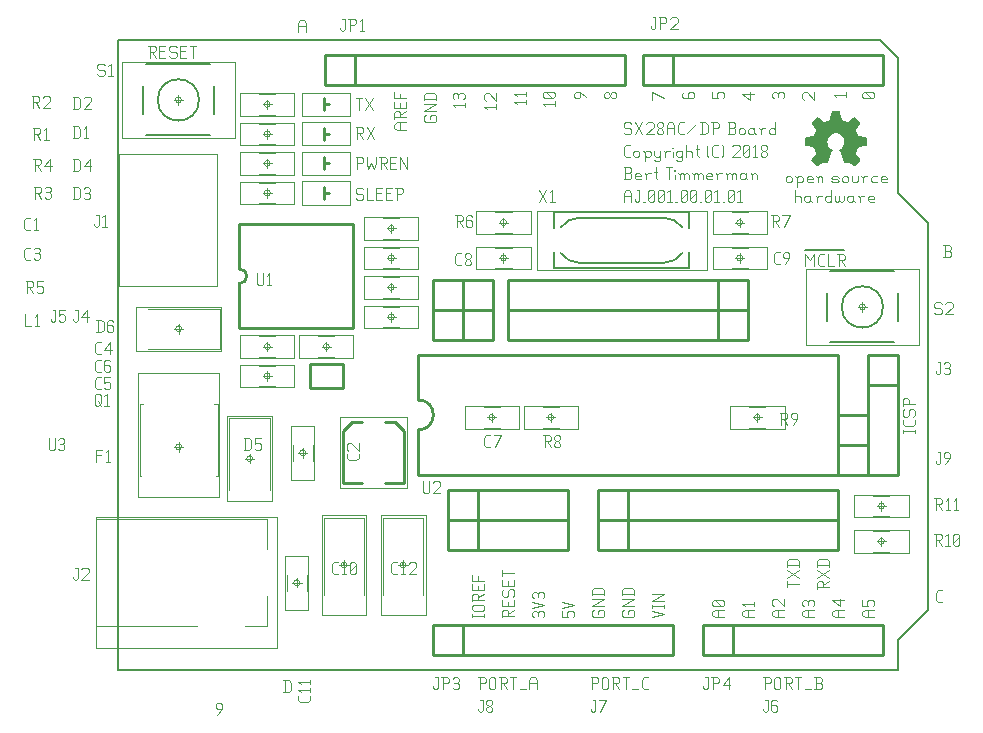
<source format=gto>
G04 start of page 13 for group -4079 idx -4079 *
G04 Title: AJ.001.00.01.01, topsilk *
G04 Creator: pcb 4.1.2 *
G04 CreationDate: Fri Sep  7 21:25:06 2018 UTC *
G04 For: bert *
G04 Format: Gerber/RS-274X *
G04 PCB-Dimensions (mil): 3200.00 2500.00 *
G04 PCB-Coordinate-Origin: lower left *
%MOIN*%
%FSLAX25Y25*%
%LNGTO*%
%ADD112C,0.0039*%
%ADD111C,0.0000*%
%ADD110C,0.0000*%
%ADD109C,0.0079*%
%ADD108C,0.0000*%
%ADD107C,0.0004*%
%ADD106C,0.0047*%
%ADD105C,0.0100*%
%ADD104C,0.0050*%
%ADD103C,0.0040*%
%ADD102C,0.0060*%
%ADD101C,0.0001*%
G54D101*G36*
X272914Y216280D02*X275491D01*
X275574Y216248D01*
X275621Y216172D01*
X275670Y215933D01*
X275714Y215711D01*
X276105Y213579D01*
X276152Y213491D01*
X276235Y213433D01*
X276338Y213389D01*
X277128Y213118D01*
X277878Y212760D01*
X277884D01*
X277971Y212722D01*
X278068Y212708D01*
X278166Y212739D01*
X279939Y213958D01*
X280130Y214083D01*
X280331Y214219D01*
X280417Y214244D01*
X280499Y214208D01*
X280830Y213878D01*
X281334Y213378D01*
X281492Y213215D01*
X281991Y212717D01*
X282153Y212560D01*
X282321Y212386D01*
X282360Y212301D01*
X282338Y212212D01*
X282202Y212011D01*
X282073Y211821D01*
X280884Y210085D01*
X280852Y209993D01*
X280867Y209896D01*
X280912Y209797D01*
X281595Y208191D01*
X281632Y208100D01*
X281695Y208022D01*
X281785Y207975D01*
X283824Y207594D01*
X284048Y207551D01*
X284291Y207508D01*
X284366Y207461D01*
X284395Y207378D01*
Y204801D01*
X284366Y204712D01*
X284291Y204665D01*
X284048Y204622D01*
X283824Y204579D01*
X281845Y204210D01*
X281757Y204162D01*
X281703Y204079D01*
X281675Y204019D01*
Y204008D01*
X280960Y202235D01*
X280955Y202223D01*
X280938Y202180D01*
X280921Y202079D01*
X280949Y201985D01*
X282078Y200353D01*
X282202Y200162D01*
X282343Y199961D01*
X282362Y199875D01*
X282321Y199793D01*
X282153Y199614D01*
X281991Y199457D01*
X280673Y198139D01*
X280499Y197971D01*
X280417Y197930D01*
X280331Y197948D01*
X280130Y198090D01*
X279939Y198214D01*
X278345Y199311D01*
X278246Y199340D01*
X278149Y199321D01*
X277818Y199137D01*
X277624Y199028D01*
X277277Y198850D01*
X277192Y198844D01*
X277130Y198904D01*
X276984Y199261D01*
X276896Y199468D01*
X275513Y202826D01*
X275425Y203032D01*
X275328Y203265D01*
X275324Y203360D01*
X275377Y203433D01*
X275600Y203564D01*
X275741Y203672D01*
X276277Y204118D01*
X276692Y204682D01*
X276959Y205341D01*
X277053Y206071D01*
X276995Y206646D01*
X276830Y207180D01*
X276567Y207665D01*
X276218Y208087D01*
X275798Y208436D01*
X275314Y208700D01*
X274780Y208865D01*
X274206Y208923D01*
X273631Y208865D01*
X273096Y208700D01*
X272613Y208436D01*
X272191Y208087D01*
X271843Y207665D01*
X271581Y207180D01*
X271416Y206646D01*
X271357Y206071D01*
X271450Y205341D01*
X271717Y204682D01*
X272131Y204118D01*
X272670Y203672D01*
X272806Y203564D01*
X273028Y203433D01*
X273082Y203360D01*
X273077Y203265D01*
X272980Y203032D01*
X272892Y202826D01*
X271509Y199468D01*
X271423Y199261D01*
X271275Y198904D01*
X271214Y198844D01*
X271130Y198850D01*
X270788Y199028D01*
X270587Y199137D01*
X270256Y199321D01*
X270157Y199340D01*
X270060Y199311D01*
X268466Y198214D01*
X268281Y198090D01*
X268075Y197948D01*
X267988Y197930D01*
X267906Y197971D01*
X267732Y198139D01*
X267575Y198301D01*
X267077Y198800D01*
X266914Y198958D01*
X266414Y199457D01*
X266252Y199614D01*
X266084Y199793D01*
X266045Y199875D01*
X266067Y199961D01*
X266203Y200162D01*
X266334Y200353D01*
X267456Y201985D01*
X267484Y202079D01*
X267467Y202180D01*
X267445Y202240D01*
X266735Y204014D01*
X266702Y204079D01*
X266648Y204162D01*
X266562Y204210D01*
X264581Y204579D01*
X264359Y204622D01*
X264120Y204665D01*
X264041Y204715D01*
X264012Y204801D01*
Y207378D01*
X264041Y207461D01*
X264120Y207508D01*
X264359Y207557D01*
X264581Y207594D01*
X266621Y207975D01*
X266710Y208022D01*
X266773Y208105D01*
X266810Y208191D01*
X267499Y209797D01*
X267538Y209896D01*
X267555Y209993D01*
X267527Y210085D01*
X266334Y211826D01*
X266203Y212011D01*
X266067Y212212D01*
X266045Y212301D01*
X266084Y212386D01*
X266252Y212560D01*
X266414Y212717D01*
X267906Y214208D01*
X267988Y214244D01*
X268075Y214225D01*
X268281Y214089D01*
X268466Y213958D01*
X270239Y212739D01*
X270337Y212710D01*
X270435Y212728D01*
X270521Y212760D01*
X270532Y212765D01*
X271278Y213119D01*
X272068Y213394D01*
X272171Y213433D01*
X272255Y213491D01*
X272300Y213579D01*
X272698Y215711D01*
X272735Y215933D01*
X272784Y216172D01*
X272831Y216248D01*
X272914Y216280D01*
G37*
G54D102*X305000Y179000D02*Y50000D01*
X295000Y40000D01*
Y30000D01*
X35000D01*
X264000Y170000D02*X277000D01*
X289000Y240000D02*X295000Y234000D01*
Y189000D01*
X305000Y179000D01*
X35000Y30000D02*Y240000D01*
X289000D01*
G54D103*X128000Y210000D02*X131000D01*
X128000D02*X127000Y210700D01*
Y211800D02*Y210700D01*
Y211800D02*X128000Y212500D01*
X131000D01*
X129000D02*Y210000D01*
X127000Y215700D02*Y213700D01*
Y215700D02*X127500Y216200D01*
X128500D01*
X129000Y215700D02*X128500Y216200D01*
X129000Y215700D02*Y214200D01*
X127000D02*X131000D01*
X129000Y215000D02*X131000Y216200D01*
X128800Y218900D02*Y217400D01*
X131000Y219400D02*Y217400D01*
X127000D02*X131000D01*
X127000Y219400D02*Y217400D01*
Y220600D02*X131000D01*
X127000Y222600D02*Y220600D01*
X128800Y222100D02*Y220600D01*
X45000Y238016D02*X47000D01*
X47500Y237516D01*
Y236516D01*
X47000Y236016D02*X47500Y236516D01*
X45500Y236016D02*X47000D01*
X45500Y238016D02*Y234016D01*
X46300Y236016D02*X47500Y234016D01*
X48700Y236216D02*X50200D01*
X48700Y234016D02*X50700D01*
X48700Y238016D02*Y234016D01*
Y238016D02*X50700D01*
X53900D02*X54400Y237516D01*
X52400Y238016D02*X53900D01*
X51900Y237516D02*X52400Y238016D01*
X51900Y237516D02*Y236516D01*
X52400Y236016D01*
X53900D01*
X54400Y235516D01*
Y234516D01*
X53900Y234016D02*X54400Y234516D01*
X52400Y234016D02*X53900D01*
X51900Y234516D02*X52400Y234016D01*
X55600Y236216D02*X57100D01*
X55600Y234016D02*X57600D01*
X55600Y238016D02*Y234016D01*
Y238016D02*X57600D01*
X58800D02*X60800D01*
X59800D02*Y234016D01*
X114087Y220606D02*X116087D01*
X115087D02*Y216606D01*
X117287D02*X119787Y220606D01*
X117287D02*X119787Y216606D01*
X137000Y214500D02*X137500Y215000D01*
X137000Y214500D02*Y213000D01*
X137500Y212500D02*X137000Y213000D01*
X137500Y212500D02*X140500D01*
X141000Y213000D01*
Y214500D02*Y213000D01*
Y214500D02*X140500Y215000D01*
X139500D02*X140500D01*
X139000Y214500D02*X139500Y215000D01*
X139000Y214500D02*Y213500D01*
X137000Y216200D02*X141000D01*
X137000D02*X141000Y218700D01*
X137000D02*X141000D01*
X137000Y220400D02*X141000D01*
X137000Y221700D02*X137700Y222400D01*
X140300D01*
X141000Y221700D02*X140300Y222400D01*
X141000Y221700D02*Y219900D01*
X137000Y221700D02*Y219900D01*
X213000Y47500D02*X217000Y48500D01*
X213000Y49500D01*
Y51700D02*Y50700D01*
Y51200D02*X217000D01*
Y51700D02*Y50700D01*
X213000Y52900D02*X217000D01*
X213000D02*X217000Y55400D01*
X213000D02*X217000D01*
X193000Y49500D02*X193500Y50000D01*
X193000Y49500D02*Y48000D01*
X193500Y47500D02*X193000Y48000D01*
X193500Y47500D02*X196500D01*
X197000Y48000D01*
Y49500D02*Y48000D01*
Y49500D02*X196500Y50000D01*
X195500D02*X196500D01*
X195000Y49500D02*X195500Y50000D01*
X195000Y49500D02*Y48500D01*
X193000Y51200D02*X197000D01*
X193000D02*X197000Y53700D01*
X193000D02*X197000D01*
X193000Y55400D02*X197000D01*
X193000Y56700D02*X193700Y57400D01*
X196300D01*
X197000Y56700D02*X196300Y57400D01*
X197000Y56700D02*Y54900D01*
X193000Y56700D02*Y54900D01*
X203000Y49500D02*X203500Y50000D01*
X203000Y49500D02*Y48000D01*
X203500Y47500D02*X203000Y48000D01*
X203500Y47500D02*X206500D01*
X207000Y48000D01*
Y49500D02*Y48000D01*
Y49500D02*X206500Y50000D01*
X205500D02*X206500D01*
X205000Y49500D02*X205500Y50000D01*
X205000Y49500D02*Y48500D01*
X203000Y51200D02*X207000D01*
X203000D02*X207000Y53700D01*
X203000D02*X207000D01*
X203000Y55400D02*X207000D01*
X203000Y56700D02*X203700Y57400D01*
X206300D01*
X207000Y56700D02*X206300Y57400D01*
X207000Y56700D02*Y54900D01*
X203000Y56700D02*Y54900D01*
X183000Y49500D02*Y47500D01*
X185000D01*
X184500Y48000D01*
Y49000D02*Y48000D01*
Y49000D02*X185000Y49500D01*
X186500D01*
X187000Y49000D02*X186500Y49500D01*
X187000Y49000D02*Y48000D01*
X186500Y47500D02*X187000Y48000D01*
X183000Y50700D02*X187000Y51700D01*
X183000Y52700D01*
X173500Y47500D02*X173000Y48000D01*
Y49000D02*Y48000D01*
Y49000D02*X173500Y49500D01*
X177000Y49000D02*X176500Y49500D01*
X177000Y49000D02*Y48000D01*
X176500Y47500D02*X177000Y48000D01*
X174800Y49000D02*Y48000D01*
X173500Y49500D02*X174300D01*
X175300D02*X176500D01*
X175300D02*X174800Y49000D01*
X174300Y49500D02*X174800Y49000D01*
X173000Y50700D02*X177000Y51700D01*
X173000Y52700D01*
X173500Y53900D02*X173000Y54400D01*
Y55400D02*Y54400D01*
Y55400D02*X173500Y55900D01*
X177000Y55400D02*X176500Y55900D01*
X177000Y55400D02*Y54400D01*
X176500Y53900D02*X177000Y54400D01*
X174800Y55400D02*Y54400D01*
X173500Y55900D02*X174300D01*
X175300D02*X176500D01*
X175300D02*X174800Y55400D01*
X174300Y55900D02*X174800Y55400D01*
X163000Y49500D02*Y47500D01*
Y49500D02*X163500Y50000D01*
X164500D01*
X165000Y49500D02*X164500Y50000D01*
X165000Y49500D02*Y48000D01*
X163000D02*X167000D01*
X165000Y48800D02*X167000Y50000D01*
X164800Y52700D02*Y51200D01*
X167000Y53200D02*Y51200D01*
X163000D02*X167000D01*
X163000Y53200D02*Y51200D01*
Y56400D02*X163500Y56900D01*
X163000Y56400D02*Y54900D01*
X163500Y54400D02*X163000Y54900D01*
X163500Y54400D02*X164500D01*
X165000Y54900D01*
Y56400D02*Y54900D01*
Y56400D02*X165500Y56900D01*
X166500D01*
X167000Y56400D02*X166500Y56900D01*
X167000Y56400D02*Y54900D01*
X166500Y54400D02*X167000Y54900D01*
X164800Y59600D02*Y58100D01*
X167000Y60100D02*Y58100D01*
X163000D02*X167000D01*
X163000Y60100D02*Y58100D01*
Y63300D02*Y61300D01*
Y62300D02*X167000D01*
X68000Y15000D02*X69500Y17000D01*
Y18500D02*Y17000D01*
X69000Y19000D02*X69500Y18500D01*
X68000Y19000D02*X69000D01*
X67500Y18500D02*X68000Y19000D01*
X67500Y18500D02*Y17500D01*
X68000Y17000D01*
X69500D01*
X153000Y48500D02*Y47500D01*
Y48000D02*X157000D01*
Y48500D02*Y47500D01*
X153500Y49700D02*X156500D01*
X153500D02*X153000Y50200D01*
Y51200D02*Y50200D01*
Y51200D02*X153500Y51700D01*
X156500D01*
X157000Y51200D02*X156500Y51700D01*
X157000Y51200D02*Y50200D01*
X156500Y49700D02*X157000Y50200D01*
X153000Y54900D02*Y52900D01*
Y54900D02*X153500Y55400D01*
X154500D01*
X155000Y54900D02*X154500Y55400D01*
X155000Y54900D02*Y53400D01*
X153000D02*X157000D01*
X155000Y54200D02*X157000Y55400D01*
X154800Y58100D02*Y56600D01*
X157000Y58600D02*Y56600D01*
X153000D02*X157000D01*
X153000Y58600D02*Y56600D01*
Y59800D02*X157000D01*
X153000Y61800D02*Y59800D01*
X154800Y61300D02*Y59800D01*
X296500Y110000D02*Y109000D01*
Y109500D02*X300500D01*
Y110000D02*Y109000D01*
Y113200D02*Y111900D01*
X299800Y111200D02*X300500Y111900D01*
X297200Y111200D02*X299800D01*
X297200D02*X296500Y111900D01*
Y113200D02*Y111900D01*
Y116400D02*X297000Y116900D01*
X296500Y116400D02*Y114900D01*
X297000Y114400D02*X296500Y114900D01*
X297000Y114400D02*X298000D01*
X298500Y114900D01*
Y116400D02*Y114900D01*
Y116400D02*X299000Y116900D01*
X300000D01*
X300500Y116400D02*X300000Y116900D01*
X300500Y116400D02*Y114900D01*
X300000Y114400D02*X300500Y114900D01*
X296500Y118600D02*X300500D01*
X296500Y120100D02*Y118100D01*
Y120100D02*X297000Y120600D01*
X298000D01*
X298500Y120100D02*X298000Y120600D01*
X298500Y120100D02*Y118600D01*
X234000Y47500D02*X237000D01*
X234000D02*X233000Y48200D01*
Y49300D02*Y48200D01*
Y49300D02*X234000Y50000D01*
X237000D01*
X235000D02*Y47500D01*
X236500Y51200D02*X237000Y51700D01*
X233500Y51200D02*X236500D01*
X233500D02*X233000Y51700D01*
Y52700D02*Y51700D01*
Y52700D02*X233500Y53200D01*
X236500D01*
X237000Y52700D02*X236500Y53200D01*
X237000Y52700D02*Y51700D01*
X236000Y51200D02*X234000Y53200D01*
X258000Y59500D02*Y57500D01*
Y58500D02*X262000D01*
Y60700D02*X258000Y63200D01*
Y60700D02*X262000Y63200D01*
X258000Y64900D02*X262000D01*
X258000Y66200D02*X258700Y66900D01*
X261300D01*
X262000Y66200D02*X261300Y66900D01*
X262000Y66200D02*Y64400D01*
X258000Y66200D02*Y64400D01*
X268000Y59000D02*Y57000D01*
Y59000D02*X268500Y59500D01*
X269500D01*
X270000Y59000D02*X269500Y59500D01*
X270000Y59000D02*Y57500D01*
X268000D02*X272000D01*
X270000Y58300D02*X272000Y59500D01*
Y60700D02*X268000Y63200D01*
Y60700D02*X272000Y63200D01*
X268000Y64900D02*X272000D01*
X268000Y66200D02*X268700Y66900D01*
X271300D01*
X272000Y66200D02*X271300Y66900D01*
X272000Y66200D02*Y64400D01*
X268000Y66200D02*Y64400D01*
X244000Y47500D02*X247000D01*
X244000D02*X243000Y48200D01*
Y49300D02*Y48200D01*
Y49300D02*X244000Y50000D01*
X247000D01*
X245000D02*Y47500D01*
X243800Y51200D02*X243000Y52000D01*
X247000D01*
Y52700D02*Y51200D01*
X254000Y47500D02*X257000D01*
X254000D02*X253000Y48200D01*
Y49300D02*Y48200D01*
Y49300D02*X254000Y50000D01*
X257000D01*
X255000D02*Y47500D01*
X253500Y51200D02*X253000Y51700D01*
Y53200D02*Y51700D01*
Y53200D02*X253500Y53700D01*
X254500D01*
X257000Y51200D02*X254500Y53700D01*
X257000D02*Y51200D01*
X264000Y47500D02*X267000D01*
X264000D02*X263000Y48200D01*
Y49300D02*Y48200D01*
Y49300D02*X264000Y50000D01*
X267000D01*
X265000D02*Y47500D01*
X263500Y51200D02*X263000Y51700D01*
Y52700D02*Y51700D01*
Y52700D02*X263500Y53200D01*
X267000Y52700D02*X266500Y53200D01*
X267000Y52700D02*Y51700D01*
X266500Y51200D02*X267000Y51700D01*
X264800Y52700D02*Y51700D01*
X263500Y53200D02*X264300D01*
X265300D02*X266500D01*
X265300D02*X264800Y52700D01*
X264300Y53200D02*X264800Y52700D01*
X274000Y47500D02*X277000D01*
X274000D02*X273000Y48200D01*
Y49300D02*Y48200D01*
Y49300D02*X274000Y50000D01*
X277000D01*
X275000D02*Y47500D01*
X275500Y51200D02*X273000Y53200D01*
X275500Y53700D02*Y51200D01*
X273000Y53200D02*X277000D01*
X284000Y47500D02*X287000D01*
X284000D02*X283000Y48200D01*
Y49300D02*Y48200D01*
Y49300D02*X284000Y50000D01*
X287000D01*
X285000D02*Y47500D01*
X283000Y53200D02*Y51200D01*
X285000D01*
X284500Y51700D01*
Y52700D02*Y51700D01*
Y52700D02*X285000Y53200D01*
X286500D01*
X287000Y52700D02*X286500Y53200D01*
X287000Y52700D02*Y51700D01*
X286500Y51200D02*X287000Y51700D01*
X286500Y220500D02*X287000Y221000D01*
X283500Y220500D02*X286500D01*
X283500D02*X283000Y221000D01*
Y222000D02*Y221000D01*
Y222000D02*X283500Y222500D01*
X286500D01*
X287000Y222000D02*X286500Y222500D01*
X287000Y222000D02*Y221000D01*
X286000Y220500D02*X284000Y222500D01*
X274300Y221000D02*X273500Y221800D01*
X277500D01*
Y222500D02*Y221000D01*
X263500Y220000D02*X263000Y220500D01*
Y222000D02*Y220500D01*
Y222000D02*X263500Y222500D01*
X264500D01*
X267000Y220000D02*X264500Y222500D01*
X267000D02*Y220000D01*
X264000Y168500D02*Y164500D01*
Y168500D02*X265500Y166500D01*
X267000Y168500D01*
Y164500D01*
X268900D02*X270200D01*
X268200Y165200D02*X268900Y164500D01*
X268200Y167800D02*Y165200D01*
Y167800D02*X268900Y168500D01*
X270200D01*
X271400D02*Y164500D01*
X273400D01*
X274600Y168500D02*X276600D01*
X277100Y168000D01*
Y167000D01*
X276600Y166500D02*X277100Y167000D01*
X275100Y166500D02*X276600D01*
X275100Y168500D02*Y164500D01*
X275900Y166500D02*X277100Y164500D01*
X257500Y194000D02*Y193000D01*
Y194000D02*X258000Y194500D01*
X259000D01*
X259500Y194000D01*
Y193000D01*
X259000Y192500D02*X259500Y193000D01*
X258000Y192500D02*X259000D01*
X257500Y193000D02*X258000Y192500D01*
X261200Y194000D02*Y191000D01*
X260700Y194500D02*X261200Y194000D01*
X261700Y194500D01*
X262700D01*
X263200Y194000D01*
Y193000D01*
X262700Y192500D02*X263200Y193000D01*
X261700Y192500D02*X262700D01*
X261200Y193000D02*X261700Y192500D01*
X264900D02*X266400D01*
X264400Y193000D02*X264900Y192500D01*
X264400Y194000D02*Y193000D01*
Y194000D02*X264900Y194500D01*
X265900D01*
X266400Y194000D01*
X264400Y193500D02*X266400D01*
Y194000D02*Y193500D01*
X268100Y194000D02*Y192500D01*
Y194000D02*X268600Y194500D01*
X269100D01*
X269600Y194000D01*
Y192500D01*
X267600Y194500D02*X268100Y194000D01*
X273100Y192500D02*X274600D01*
X275100Y193000D01*
X274600Y193500D02*X275100Y193000D01*
X273100Y193500D02*X274600D01*
X272600Y194000D02*X273100Y193500D01*
X272600Y194000D02*X273100Y194500D01*
X274600D01*
X275100Y194000D01*
X272600Y193000D02*X273100Y192500D01*
X276300Y194000D02*Y193000D01*
Y194000D02*X276800Y194500D01*
X277800D01*
X278300Y194000D01*
Y193000D01*
X277800Y192500D02*X278300Y193000D01*
X276800Y192500D02*X277800D01*
X276300Y193000D02*X276800Y192500D01*
X279500Y194500D02*Y193000D01*
X280000Y192500D01*
X281000D01*
X281500Y193000D01*
Y194500D02*Y193000D01*
X283200Y194000D02*Y192500D01*
Y194000D02*X283700Y194500D01*
X284700D01*
X282700D02*X283200Y194000D01*
X286400Y194500D02*X287900D01*
X285900Y194000D02*X286400Y194500D01*
X285900Y194000D02*Y193000D01*
X286400Y192500D01*
X287900D01*
X289600D02*X291100D01*
X289100Y193000D02*X289600Y192500D01*
X289100Y194000D02*Y193000D01*
Y194000D02*X289600Y194500D01*
X290600D01*
X291100Y194000D01*
X289100Y193500D02*X291100D01*
Y194000D02*Y193500D01*
X260500Y190000D02*Y186000D01*
Y187500D02*X261000Y188000D01*
X262000D01*
X262500Y187500D01*
Y186000D01*
X265200Y188000D02*X265700Y187500D01*
X264200Y188000D02*X265200D01*
X263700Y187500D02*X264200Y188000D01*
X263700Y187500D02*Y186500D01*
X264200Y186000D01*
X265700Y188000D02*Y186500D01*
X266200Y186000D01*
X264200D02*X265200D01*
X265700Y186500D01*
X267900Y187500D02*Y186000D01*
Y187500D02*X268400Y188000D01*
X269400D01*
X267400D02*X267900Y187500D01*
X272600Y190000D02*Y186000D01*
X272100D02*X272600Y186500D01*
X271100Y186000D02*X272100D01*
X270600Y186500D02*X271100Y186000D01*
X270600Y187500D02*Y186500D01*
Y187500D02*X271100Y188000D01*
X272100D01*
X272600Y187500D01*
X273800Y188000D02*Y186500D01*
X274300Y186000D01*
X274800D01*
X275300Y186500D01*
Y188000D02*Y186500D01*
X275800Y186000D01*
X276300D01*
X276800Y186500D01*
Y188000D02*Y186500D01*
X279500Y188000D02*X280000Y187500D01*
X278500Y188000D02*X279500D01*
X278000Y187500D02*X278500Y188000D01*
X278000Y187500D02*Y186500D01*
X278500Y186000D01*
X280000Y188000D02*Y186500D01*
X280500Y186000D01*
X278500D02*X279500D01*
X280000Y186500D01*
X282200Y187500D02*Y186000D01*
Y187500D02*X282700Y188000D01*
X283700D01*
X281700D02*X282200Y187500D01*
X285400Y186000D02*X286900D01*
X284900Y186500D02*X285400Y186000D01*
X284900Y187500D02*Y186500D01*
Y187500D02*X285400Y188000D01*
X286400D01*
X286900Y187500D01*
X284900Y187000D02*X286900D01*
Y187500D02*Y187000D01*
X253500Y220500D02*X253000Y221000D01*
Y222000D02*Y221000D01*
Y222000D02*X253500Y222500D01*
X257000Y222000D02*X256500Y222500D01*
X257000Y222000D02*Y221000D01*
X256500Y220500D02*X257000Y221000D01*
X254800Y222000D02*Y221000D01*
X253500Y222500D02*X254300D01*
X255300D02*X256500D01*
X255300D02*X254800Y222000D01*
X254300Y222500D02*X254800Y222000D01*
X245500Y220000D02*X243000Y222000D01*
X245500Y222500D02*Y220000D01*
X243000Y222000D02*X247000D01*
X233000Y222500D02*Y220500D01*
X235000D01*
X234500Y221000D01*
Y222000D02*Y221000D01*
Y222000D02*X235000Y222500D01*
X236500D01*
X237000Y222000D02*X236500Y222500D01*
X237000Y222000D02*Y221000D01*
X236500Y220500D02*X237000Y221000D01*
X223000Y222000D02*X223500Y222500D01*
X223000Y222000D02*Y221000D01*
X223500Y220500D02*X223000Y221000D01*
X223500Y220500D02*X226500D01*
X227000Y221000D01*
X224800Y222000D02*X225300Y222500D01*
X224800Y222000D02*Y220500D01*
X227000Y222000D02*Y221000D01*
Y222000D02*X226500Y222500D01*
X225300D02*X226500D01*
X205500Y212500D02*X206000Y212000D01*
X204000Y212500D02*X205500D01*
X203500Y212000D02*X204000Y212500D01*
X203500Y212000D02*Y211000D01*
X204000Y210500D01*
X205500D01*
X206000Y210000D01*
Y209000D01*
X205500Y208500D02*X206000Y209000D01*
X204000Y208500D02*X205500D01*
X203500Y209000D02*X204000Y208500D01*
X207200D02*X209700Y212500D01*
X207200D02*X209700Y208500D01*
X210900Y212000D02*X211400Y212500D01*
X212900D01*
X213400Y212000D01*
Y211000D01*
X210900Y208500D02*X213400Y211000D01*
X210900Y208500D02*X213400D01*
X214600Y209000D02*X215100Y208500D01*
X214600Y209800D02*Y209000D01*
Y209800D02*X215300Y210500D01*
X215900D01*
X216600Y209800D01*
Y209000D01*
X216100Y208500D02*X216600Y209000D01*
X215100Y208500D02*X216100D01*
X214600Y211200D02*X215300Y210500D01*
X214600Y212000D02*Y211200D01*
Y212000D02*X215100Y212500D01*
X216100D01*
X216600Y212000D01*
Y211200D01*
X215900Y210500D02*X216600Y211200D01*
X217800Y211500D02*Y208500D01*
Y211500D02*X218500Y212500D01*
X219600D01*
X220300Y211500D01*
Y208500D01*
X217800Y210500D02*X220300D01*
X222200Y208500D02*X223500D01*
X221500Y209200D02*X222200Y208500D01*
X221500Y211800D02*Y209200D01*
Y211800D02*X222200Y212500D01*
X223500D01*
X224700Y209000D02*X227700Y212000D01*
X229400Y212500D02*Y208500D01*
X230700Y212500D02*X231400Y211800D01*
Y209200D01*
X230700Y208500D02*X231400Y209200D01*
X228900Y208500D02*X230700D01*
X228900Y212500D02*X230700D01*
X233100D02*Y208500D01*
X232600Y212500D02*X234600D01*
X235100Y212000D01*
Y211000D01*
X234600Y210500D02*X235100Y211000D01*
X233100Y210500D02*X234600D01*
X238100Y208500D02*X240100D01*
X240600Y209000D01*
Y210200D02*Y209000D01*
X240100Y210700D02*X240600Y210200D01*
X238600Y210700D02*X240100D01*
X238600Y212500D02*Y208500D01*
X238100Y212500D02*X240100D01*
X240600Y212000D01*
Y211200D01*
X240100Y210700D02*X240600Y211200D01*
X241800Y210000D02*Y209000D01*
Y210000D02*X242300Y210500D01*
X243300D01*
X243800Y210000D01*
Y209000D01*
X243300Y208500D02*X243800Y209000D01*
X242300Y208500D02*X243300D01*
X241800Y209000D02*X242300Y208500D01*
X246500Y210500D02*X247000Y210000D01*
X245500Y210500D02*X246500D01*
X245000Y210000D02*X245500Y210500D01*
X245000Y210000D02*Y209000D01*
X245500Y208500D01*
X247000Y210500D02*Y209000D01*
X247500Y208500D01*
X245500D02*X246500D01*
X247000Y209000D01*
X249200Y210000D02*Y208500D01*
Y210000D02*X249700Y210500D01*
X250700D01*
X248700D02*X249200Y210000D01*
X253900Y212500D02*Y208500D01*
X253400D02*X253900Y209000D01*
X252400Y208500D02*X253400D01*
X251900Y209000D02*X252400Y208500D01*
X251900Y210000D02*Y209000D01*
Y210000D02*X252400Y210500D01*
X253400D01*
X253900Y210000D01*
X204200Y201000D02*X205500D01*
X203500Y201700D02*X204200Y201000D01*
X203500Y204300D02*Y201700D01*
Y204300D02*X204200Y205000D01*
X205500D01*
X206700Y202500D02*Y201500D01*
Y202500D02*X207200Y203000D01*
X208200D01*
X208700Y202500D01*
Y201500D01*
X208200Y201000D02*X208700Y201500D01*
X207200Y201000D02*X208200D01*
X206700Y201500D02*X207200Y201000D01*
X210400Y202500D02*Y199500D01*
X209900Y203000D02*X210400Y202500D01*
X210900Y203000D01*
X211900D01*
X212400Y202500D01*
Y201500D01*
X211900Y201000D02*X212400Y201500D01*
X210900Y201000D02*X211900D01*
X210400Y201500D02*X210900Y201000D01*
X213600Y203000D02*Y201500D01*
X214100Y201000D01*
X215600Y203000D02*Y200000D01*
X215100Y199500D02*X215600Y200000D01*
X214100Y199500D02*X215100D01*
X213600Y200000D02*X214100Y199500D01*
Y201000D02*X215100D01*
X215600Y201500D01*
X217300Y202500D02*Y201000D01*
Y202500D02*X217800Y203000D01*
X218800D01*
X216800D02*X217300Y202500D01*
G54D104*X220000Y204000D02*Y203900D01*
G54D103*Y202500D02*Y201000D01*
X222500Y203000D02*X223000Y202500D01*
X221500Y203000D02*X222500D01*
X221000Y202500D02*X221500Y203000D01*
X221000Y202500D02*Y201500D01*
X221500Y201000D01*
X222500D01*
X223000Y201500D01*
X221000Y200000D02*X221500Y199500D01*
X222500D01*
X223000Y200000D01*
Y203000D02*Y200000D01*
X224200Y205000D02*Y201000D01*
Y202500D02*X224700Y203000D01*
X225700D01*
X226200Y202500D01*
Y201000D01*
X227900Y205000D02*Y201500D01*
X228400Y201000D01*
X227400Y203500D02*X228400D01*
X231200Y201500D02*X231700Y201000D01*
X231200Y204500D02*X231700Y205000D01*
X231200Y204500D02*Y201500D01*
X233600Y201000D02*X234900D01*
X232900Y201700D02*X233600Y201000D01*
X232900Y204300D02*Y201700D01*
Y204300D02*X233600Y205000D01*
X234900D01*
X236100D02*X236600Y204500D01*
Y201500D01*
X236100Y201000D02*X236600Y201500D01*
X239600Y204500D02*X240100Y205000D01*
X241600D01*
X242100Y204500D01*
Y203500D01*
X239600Y201000D02*X242100Y203500D01*
X239600Y201000D02*X242100D01*
X243300Y201500D02*X243800Y201000D01*
X243300Y204500D02*Y201500D01*
Y204500D02*X243800Y205000D01*
X244800D01*
X245300Y204500D01*
Y201500D01*
X244800Y201000D02*X245300Y201500D01*
X243800Y201000D02*X244800D01*
X243300Y202000D02*X245300Y204000D01*
X246500Y204200D02*X247300Y205000D01*
Y201000D01*
X246500D02*X248000D01*
X249200Y201500D02*X249700Y201000D01*
X249200Y202300D02*Y201500D01*
Y202300D02*X249900Y203000D01*
X250500D01*
X251200Y202300D01*
Y201500D01*
X250700Y201000D02*X251200Y201500D01*
X249700Y201000D02*X250700D01*
X249200Y203700D02*X249900Y203000D01*
X249200Y204500D02*Y203700D01*
Y204500D02*X249700Y205000D01*
X250700D01*
X251200Y204500D01*
Y203700D01*
X250500Y203000D02*X251200Y203700D01*
X203500Y193500D02*X205500D01*
X206000Y194000D01*
Y195200D02*Y194000D01*
X205500Y195700D02*X206000Y195200D01*
X204000Y195700D02*X205500D01*
X204000Y197500D02*Y193500D01*
X203500Y197500D02*X205500D01*
X206000Y197000D01*
Y196200D01*
X205500Y195700D02*X206000Y196200D01*
X207700Y193500D02*X209200D01*
X207200Y194000D02*X207700Y193500D01*
X207200Y195000D02*Y194000D01*
Y195000D02*X207700Y195500D01*
X208700D01*
X209200Y195000D01*
X207200Y194500D02*X209200D01*
Y195000D02*Y194500D01*
X210900Y195000D02*Y193500D01*
Y195000D02*X211400Y195500D01*
X212400D01*
X210400D02*X210900Y195000D01*
X214100Y197500D02*Y194000D01*
X214600Y193500D01*
X213600Y196000D02*X214600D01*
X217400Y197500D02*X219400D01*
X218400D02*Y193500D01*
G54D104*X220600Y196500D02*Y196400D01*
G54D103*Y195000D02*Y193500D01*
X222100Y195000D02*Y193500D01*
Y195000D02*X222600Y195500D01*
X223100D01*
X223600Y195000D01*
Y193500D01*
Y195000D02*X224100Y195500D01*
X224600D01*
X225100Y195000D01*
Y193500D01*
X221600Y195500D02*X222100Y195000D01*
X226800D02*Y193500D01*
Y195000D02*X227300Y195500D01*
X227800D01*
X228300Y195000D01*
Y193500D01*
Y195000D02*X228800Y195500D01*
X229300D01*
X229800Y195000D01*
Y193500D01*
X226300Y195500D02*X226800Y195000D01*
X231500Y193500D02*X233000D01*
X231000Y194000D02*X231500Y193500D01*
X231000Y195000D02*Y194000D01*
Y195000D02*X231500Y195500D01*
X232500D01*
X233000Y195000D01*
X231000Y194500D02*X233000D01*
Y195000D02*Y194500D01*
X234700Y195000D02*Y193500D01*
Y195000D02*X235200Y195500D01*
X236200D01*
X234200D02*X234700Y195000D01*
X237900D02*Y193500D01*
Y195000D02*X238400Y195500D01*
X238900D01*
X239400Y195000D01*
Y193500D01*
Y195000D02*X239900Y195500D01*
X240400D01*
X240900Y195000D01*
Y193500D01*
X237400Y195500D02*X237900Y195000D01*
X243600Y195500D02*X244100Y195000D01*
X242600Y195500D02*X243600D01*
X242100Y195000D02*X242600Y195500D01*
X242100Y195000D02*Y194000D01*
X242600Y193500D01*
X244100Y195500D02*Y194000D01*
X244600Y193500D01*
X242600D02*X243600D01*
X244100Y194000D01*
X246300Y195000D02*Y193500D01*
Y195000D02*X246800Y195500D01*
X247300D01*
X247800Y195000D01*
Y193500D01*
X245800Y195500D02*X246300Y195000D01*
X217000Y220500D02*X213000Y222500D01*
Y220000D01*
X200500Y220500D02*X201000Y221000D01*
X199700Y220500D02*X200500D01*
X199700D02*X199000Y221200D01*
Y221800D02*Y221200D01*
Y221800D02*X199700Y222500D01*
X200500D01*
X201000Y222000D02*X200500Y222500D01*
X201000Y222000D02*Y221000D01*
X198300Y220500D02*X199000Y221200D01*
X197500Y220500D02*X198300D01*
X197500D02*X197000Y221000D01*
Y222000D02*Y221000D01*
Y222000D02*X197500Y222500D01*
X198300D01*
X199000Y221800D02*X198300Y222500D01*
X191000Y221000D02*X189000Y222500D01*
X187500D02*X189000D01*
X187000Y222000D02*X187500Y222500D01*
X187000Y222000D02*Y221000D01*
X187500Y220500D02*X187000Y221000D01*
X187500Y220500D02*X188500D01*
X189000Y221000D01*
Y222500D02*Y221000D01*
X177300Y218000D02*X176500Y218800D01*
X180500D01*
Y219500D02*Y218000D01*
X180000Y220700D02*X180500Y221200D01*
X177000Y220700D02*X180000D01*
X177000D02*X176500Y221200D01*
Y222200D02*Y221200D01*
Y222200D02*X177000Y222700D01*
X180000D01*
X180500Y222200D02*X180000Y222700D01*
X180500Y222200D02*Y221200D01*
X179500Y220700D02*X177500Y222700D01*
X167800Y218500D02*X167000Y219300D01*
X171000D01*
Y220000D02*Y218500D01*
X167800Y221200D02*X167000Y222000D01*
X171000D01*
Y222700D02*Y221200D01*
X203500Y189000D02*Y186000D01*
Y189000D02*X204200Y190000D01*
X205300D01*
X206000Y189000D01*
Y186000D01*
X203500Y188000D02*X206000D01*
X207900Y190000D02*X208700D01*
Y186500D01*
X208200Y186000D02*X208700Y186500D01*
X207700Y186000D02*X208200D01*
X207200Y186500D02*X207700Y186000D01*
X207200Y187000D02*Y186500D01*
X209900Y186000D02*X210400D01*
X211600Y186500D02*X212100Y186000D01*
X211600Y189500D02*Y186500D01*
Y189500D02*X212100Y190000D01*
X213100D01*
X213600Y189500D01*
Y186500D01*
X213100Y186000D02*X213600Y186500D01*
X212100Y186000D02*X213100D01*
X211600Y187000D02*X213600Y189000D01*
X214800Y186500D02*X215300Y186000D01*
X214800Y189500D02*Y186500D01*
Y189500D02*X215300Y190000D01*
X216300D01*
X216800Y189500D01*
Y186500D01*
X216300Y186000D02*X216800Y186500D01*
X215300Y186000D02*X216300D01*
X214800Y187000D02*X216800Y189000D01*
X218000Y189200D02*X218800Y190000D01*
Y186000D01*
X218000D02*X219500D01*
X220700D02*X221200D01*
X222400Y186500D02*X222900Y186000D01*
X222400Y189500D02*Y186500D01*
Y189500D02*X222900Y190000D01*
X223900D01*
X224400Y189500D01*
Y186500D01*
X223900Y186000D02*X224400Y186500D01*
X222900Y186000D02*X223900D01*
X222400Y187000D02*X224400Y189000D01*
X225600Y186500D02*X226100Y186000D01*
X225600Y189500D02*Y186500D01*
Y189500D02*X226100Y190000D01*
X227100D01*
X227600Y189500D01*
Y186500D01*
X227100Y186000D02*X227600Y186500D01*
X226100Y186000D02*X227100D01*
X225600Y187000D02*X227600Y189000D01*
X228800Y186000D02*X229300D01*
X230500Y186500D02*X231000Y186000D01*
X230500Y189500D02*Y186500D01*
Y189500D02*X231000Y190000D01*
X232000D01*
X232500Y189500D01*
Y186500D01*
X232000Y186000D02*X232500Y186500D01*
X231000Y186000D02*X232000D01*
X230500Y187000D02*X232500Y189000D01*
X233700Y189200D02*X234500Y190000D01*
Y186000D01*
X233700D02*X235200D01*
X236400D02*X236900D01*
X238100Y186500D02*X238600Y186000D01*
X238100Y189500D02*Y186500D01*
Y189500D02*X238600Y190000D01*
X239600D01*
X240100Y189500D01*
Y186500D01*
X239600Y186000D02*X240100Y186500D01*
X238600Y186000D02*X239600D01*
X238100Y187000D02*X240100Y189000D01*
X241300Y189200D02*X242100Y190000D01*
Y186000D01*
X241300D02*X242800D01*
X116087Y190776D02*X116587Y190276D01*
X114587Y190776D02*X116087D01*
X114087Y190276D02*X114587Y190776D01*
X114087Y190276D02*Y189276D01*
X114587Y188776D01*
X116087D01*
X116587Y188276D01*
Y187276D01*
X116087Y186776D02*X116587Y187276D01*
X114587Y186776D02*X116087D01*
X114087Y187276D02*X114587Y186776D01*
X117787Y190776D02*Y186776D01*
X119787D01*
X120987Y188976D02*X122487D01*
X120987Y186776D02*X122987D01*
X120987Y190776D02*Y186776D01*
Y190776D02*X122987D01*
X124187Y188976D02*X125687D01*
X124187Y186776D02*X126187D01*
X124187Y190776D02*Y186776D01*
Y190776D02*X126187D01*
X127887D02*Y186776D01*
X127387Y190776D02*X129387D01*
X129887Y190276D01*
Y189276D01*
X129387Y188776D02*X129887Y189276D01*
X127887Y188776D02*X129387D01*
X114587Y200897D02*Y196897D01*
X114087Y200897D02*X116087D01*
X116587Y200397D01*
Y199397D01*
X116087Y198897D02*X116587Y199397D01*
X114587Y198897D02*X116087D01*
X117787Y200897D02*Y198897D01*
X118287Y196897D01*
X119287Y198897D01*
X120287Y196897D01*
X120787Y198897D01*
Y200897D02*Y198897D01*
X121987Y200897D02*X123987D01*
X124487Y200397D01*
Y199397D01*
X123987Y198897D02*X124487Y199397D01*
X122487Y198897D02*X123987D01*
X122487Y200897D02*Y196897D01*
X123287Y198897D02*X124487Y196897D01*
X125687Y199097D02*X127187D01*
X125687Y196897D02*X127687D01*
X125687Y200897D02*Y196897D01*
Y200897D02*X127687D01*
X128887D02*Y196897D01*
Y200897D02*X131387Y196897D01*
Y200897D02*Y196897D01*
X157800Y217000D02*X157000Y217800D01*
X161000D01*
Y218500D02*Y217000D01*
X157500Y219700D02*X157000Y220200D01*
Y221700D02*Y220200D01*
Y221700D02*X157500Y222200D01*
X158500D01*
X161000Y219700D02*X158500Y222200D01*
X161000D02*Y219700D01*
X147300Y217500D02*X146500Y218300D01*
X150500D01*
Y219000D02*Y217500D01*
X147000Y220200D02*X146500Y220700D01*
Y221700D02*Y220700D01*
Y221700D02*X147000Y222200D01*
X150500Y221700D02*X150000Y222200D01*
X150500Y221700D02*Y220700D01*
X150000Y220200D02*X150500Y220700D01*
X148300Y221700D02*Y220700D01*
X147000Y222200D02*X147800D01*
X148800D02*X150000D01*
X148800D02*X148300Y221700D01*
X147800Y222200D02*X148300Y221700D01*
X114087Y210925D02*X116087D01*
X116587Y210425D01*
Y209425D01*
X116087Y208925D02*X116587Y209425D01*
X114587Y208925D02*X116087D01*
X114587Y210925D02*Y206925D01*
X115387Y208925D02*X116587Y206925D01*
X117787D02*X120287Y210925D01*
X117787D02*X120287Y206925D01*
G54D105*X140000Y45000D02*Y35000D01*
X150000Y45000D02*Y35000D01*
X140000D02*X220000D01*
X140000Y45000D02*X220000D01*
Y35000D01*
X230000Y45000D02*Y35000D01*
X240000Y45000D02*Y35000D01*
X230000D02*X290000D01*
X230000Y45000D02*X290000D01*
Y35000D01*
G54D106*X91102Y61732D02*Y56378D01*
X97874Y61732D02*Y56378D01*
G54D107*X94488Y60630D02*Y57480D01*
X92913Y59055D02*X96063D01*
G54D108*X90709Y68110D02*Y50000D01*
X98268Y68110D02*Y50000D01*
X90709D02*X98268D01*
X90709Y68110D02*X98268D01*
G54D107*X94488Y58071D02*G75*G03X94488Y58071I0J984D01*G01*
G54D105*X195000Y90000D02*Y80000D01*
X205000Y90000D02*Y80000D01*
X195000D02*X275000D01*
X195000Y90000D02*X275000D01*
Y80000D01*
X195000D02*Y70000D01*
X205000Y80000D02*Y70000D01*
X195000D02*X275000D01*
X195000Y80000D02*X275000D01*
Y70000D01*
G54D106*X286693Y88031D02*X292047D01*
X286693Y81260D02*X292047D01*
G54D107*X290945Y84646D02*X287795D01*
X289370Y83071D02*Y86220D01*
G54D108*X280315Y88425D02*X298425D01*
X280315Y80866D02*X298425D01*
X280315D02*Y88425D01*
X298425Y80866D02*Y88425D01*
G54D107*X288386Y84646D02*G75*G03X288386Y84646I984J0D01*G01*
G54D106*X286693Y76220D02*X292047D01*
X286693Y69449D02*X292047D01*
G54D107*X290945Y72835D02*X287795D01*
X289370Y71260D02*Y74409D01*
G54D108*X280315Y76614D02*X298425D01*
X280315Y69055D02*X298425D01*
X280315D02*Y76614D01*
X298425Y69055D02*Y76614D01*
G54D107*X288386Y72835D02*G75*G03X288386Y72835I984J0D01*G01*
G54D105*X210000Y235000D02*Y225000D01*
X220000Y235000D02*Y225000D01*
X210000D02*X290000D01*
X210000Y235000D02*X290000D01*
Y225000D01*
X104000Y235000D02*Y225000D01*
X114000Y235000D02*Y225000D01*
X104000D02*X204000D01*
X104000Y235000D02*X204000D01*
Y225000D01*
G54D109*X180315Y182480D02*X225197D01*
X180315D02*Y177165D01*
Y163976D02*Y169291D01*
X225197Y182480D02*Y177165D01*
Y163976D02*Y169291D01*
X180315Y163976D02*X225197D01*
X188622Y180728D02*X216890D01*
X188622Y165728D02*X216890D01*
G54D110*X174409Y163386D02*X231102D01*
X174409Y183071D02*X231102D01*
X174409D02*Y163386D01*
X231102Y183071D02*Y163386D01*
G54D109*X188622Y180709D02*G75*G03X182495Y177519I0J-7480D01*G01*
X182495Y168938D02*G75*G03X188622Y165748I6128J4291D01*G01*
X216890D02*G75*G03X223017Y168938I0J7480D01*G01*
X223017Y177519D02*G75*G03X216890Y180709I-6128J-4291D01*G01*
G54D106*X239449Y182520D02*X244803D01*
X239449Y175748D02*X244803D01*
G54D107*X240551Y179134D02*X243701D01*
X242126Y180709D02*Y177559D01*
G54D108*X233071Y182913D02*X251181D01*
X233071Y175354D02*X251181D01*
X233071Y182913D02*Y175354D01*
X251181Y182913D02*Y175354D01*
G54D107*X241142Y179134D02*G75*G03X241142Y179134I984J0D01*G01*
G54D106*X160709Y175748D02*X166063D01*
X160709Y182520D02*X166063D01*
G54D107*X161811Y179134D02*X164961D01*
X163386Y180709D02*Y177559D01*
G54D108*X154331Y175354D02*X172441D01*
X154331Y182913D02*X172441D01*
Y175354D01*
X154331Y182913D02*Y175354D01*
G54D107*X164370Y179134D02*G75*G03X164370Y179134I-984J0D01*G01*
G54D105*X145000Y90000D02*Y80000D01*
X155000Y90000D02*Y80000D01*
X145000D02*X185000D01*
X145000Y90000D02*X185000D01*
Y80000D01*
X109921Y92204D02*X116205D01*
X109921Y109520D02*Y92204D01*
Y109520D02*X112921Y112520D01*
X116205D01*
X123953Y92204D02*X130237D01*
Y109520D02*Y92204D01*
Y109520D02*X127237Y112520D01*
X123953D02*X127237D01*
G54D111*X108879Y90562D02*X131279D01*
X108879Y114162D02*X131279D01*
X108879D02*Y90562D01*
X131279Y114162D02*Y90562D01*
G54D105*X145000Y80000D02*Y70000D01*
X155000Y80000D02*Y70000D01*
X145000D02*X185000D01*
X145000Y80000D02*X185000D01*
Y70000D01*
G54D112*X27500Y80217D02*X84587D01*
X27500Y44783D02*X61358D01*
X77106D02*X84587D01*
X27500Y80217D02*Y44783D01*
X84587Y80217D02*Y70374D01*
Y44783D02*Y54626D01*
G54D108*X27500Y81004D02*X87736D01*
X27500Y37303D02*X87736D01*
X27500Y81004D02*Y37303D01*
X87736Y81004D02*Y37303D01*
G54D106*X116772Y80709D02*Y55118D01*
X103701Y80709D02*Y55118D01*
Y80709D02*X116772D01*
G54D107*X110236Y66535D02*Y63386D01*
X108661Y64961D02*X111811D01*
G54D108*X102756Y81496D02*X117717D01*
X102756Y48425D02*X117717D01*
Y81496D02*Y48425D01*
X102756Y81496D02*Y48425D01*
G54D107*X110236Y65945D02*G75*G03X110236Y65945I0J-984D01*G01*
G54D106*X136457Y80709D02*Y55118D01*
X123386Y80709D02*Y55118D01*
Y80709D02*X136457D01*
G54D107*X129921Y66535D02*Y63386D01*
X128346Y64961D02*X131496D01*
G54D108*X122441Y81496D02*X137402D01*
X122441Y48425D02*X137402D01*
Y81496D02*Y48425D01*
X122441Y81496D02*Y48425D01*
G54D107*X129921Y65945D02*G75*G03X129921Y65945I0J-984D01*G01*
G54D106*X44783Y136929D02*X68740D01*
X44783Y150472D02*X68740D01*
Y136929D01*
G54D107*X53543Y143701D02*X56693D01*
X55118Y145276D02*Y142126D01*
G54D110*X69370Y151102D02*Y136299D01*
X40866Y151102D02*Y136299D01*
X69370D01*
X40866Y151102D02*X69370D01*
G54D107*X56102Y143701D02*G75*G03X56102Y143701I-984J0D01*G01*
G54D106*X42165Y94488D02*X42559D01*
X68071D02*X67677D01*
X42165Y118504D02*X43307D01*
X68071D02*X66929D01*
X42165D02*Y94488D01*
X68071Y118504D02*Y94488D01*
G54D107*X56693Y104331D02*X53543D01*
X55118Y102756D02*Y105906D01*
G54D108*X41535Y129016D02*X68701D01*
X41535Y87520D02*X68701D01*
X41535Y129016D02*Y87520D01*
X68701Y129016D02*Y87520D01*
G54D107*X54134Y104331D02*G75*G03X54134Y104331I984J0D01*G01*
G54D106*X85512Y114016D02*Y90059D01*
X71969Y114016D02*Y90059D01*
Y114016D02*X85512D01*
G54D107*X78740Y101969D02*Y98819D01*
X77165Y100394D02*X80315D01*
G54D110*X71339Y114646D02*X86142D01*
X71339Y86142D02*X86142D01*
Y114646D02*Y86142D01*
X71339Y114646D02*Y86142D01*
G54D107*X78740Y101378D02*G75*G03X78740Y101378I0J-984D01*G01*
G54D106*X81969Y124567D02*X87323D01*
X81969Y131339D02*X87323D01*
G54D107*X83071Y127953D02*X86220D01*
X84646Y129528D02*Y126378D01*
G54D108*X75591Y124173D02*X93701D01*
X75591Y131732D02*X93701D01*
Y124173D01*
X75591Y131732D02*Y124173D01*
G54D107*X85630Y127953D02*G75*G03X85630Y127953I-984J0D01*G01*
G54D106*X99843Y105039D02*Y99685D01*
X93071Y105039D02*Y99685D01*
G54D107*X96457Y103937D02*Y100787D01*
X94882Y102362D02*X98031D01*
G54D108*X100236Y111417D02*Y93307D01*
X92677Y111417D02*Y93307D01*
Y111417D02*X100236D01*
X92677Y93307D02*X100236D01*
G54D107*X96457Y103346D02*G75*G03X96457Y103346I0J-984D01*G01*
G54D105*X285000Y135000D02*X295000D01*
X285000Y125000D02*X295000D01*
X285000Y135000D02*Y95000D01*
X295000Y135000D02*Y95000D01*
X285000D02*X295000D01*
G54D109*X272370Y162811D02*X293630D01*
X272370Y139189D02*X293630D01*
X271189Y155724D02*Y146276D01*
X294811Y155724D02*Y146276D01*
G54D107*X284575Y151000D02*X281425D01*
X283000Y149425D02*Y152575D01*
G54D110*X264102Y163598D02*X301898D01*
X264102Y138402D02*X301898D01*
X264102Y163598D02*Y138402D01*
X301898Y163598D02*Y138402D01*
G54D109*X276110Y151000D02*G75*G03X276110Y151000I6890J0D01*G01*
G54D107*X282016D02*G75*G03X282016Y151000I984J0D01*G01*
G54D105*X245000Y150000D02*Y140000D01*
X235000Y150000D02*Y140000D01*
X165000Y150000D02*X245000D01*
X165000Y140000D02*X245000D01*
X165000Y150000D02*Y140000D01*
X135000Y95000D02*X275000D01*
Y135000D02*Y95000D01*
X135000Y135000D02*X275000D01*
X135000Y110000D02*Y95000D01*
Y135000D02*Y120000D01*
Y110000D02*G75*G03X135000Y120000I0J5000D01*G01*
X245000Y160000D02*Y150000D01*
X235000Y160000D02*Y150000D01*
X165000Y160000D02*X245000D01*
X165000Y150000D02*X245000D01*
X165000Y160000D02*Y150000D01*
X275000Y95000D02*X285000D01*
X275000Y105000D02*X285000D01*
Y115000D02*Y95000D01*
X275000Y115000D02*Y95000D01*
Y115000D02*X285000D01*
G54D106*X245354Y117559D02*X250709D01*
X245354Y110787D02*X250709D01*
G54D107*X249606Y114173D02*X246457D01*
X248031Y112598D02*Y115748D01*
G54D108*X238976Y117953D02*X257087D01*
X238976Y110394D02*X257087D01*
X238976D02*Y117953D01*
X257087Y110394D02*Y117953D01*
G54D107*X247047Y114173D02*G75*G03X247047Y114173I984J0D01*G01*
G54D106*X176457Y117559D02*X181811D01*
X176457Y110787D02*X181811D01*
G54D107*X180709Y114173D02*X177559D01*
X179134Y112598D02*Y115748D01*
G54D108*X170079Y117953D02*X188189D01*
X170079Y110394D02*X188189D01*
X170079D02*Y117953D01*
X188189Y110394D02*Y117953D01*
G54D107*X178150Y114173D02*G75*G03X178150Y114173I984J0D01*G01*
G54D106*X123307Y170709D02*X128661D01*
X123307Y163937D02*X128661D01*
G54D107*X127559Y167323D02*X124409D01*
X125984Y165748D02*Y168898D01*
G54D108*X116929Y171102D02*X135039D01*
X116929Y163543D02*X135039D01*
X116929D02*Y171102D01*
X135039Y163543D02*Y171102D01*
G54D107*X125000Y167323D02*G75*G03X125000Y167323I984J0D01*G01*
G54D106*X239449Y163937D02*X244803D01*
X239449Y170709D02*X244803D01*
G54D107*X240551Y167323D02*X243701D01*
X242126Y168898D02*Y165748D01*
G54D108*X233071Y163543D02*X251181D01*
X233071Y171102D02*X251181D01*
Y163543D01*
X233071Y171102D02*Y163543D01*
G54D107*X243110Y167323D02*G75*G03X243110Y167323I-984J0D01*G01*
G54D106*X160709Y170709D02*X166063D01*
X160709Y163937D02*X166063D01*
G54D107*X164961Y167323D02*X161811D01*
X163386Y165748D02*Y168898D01*
G54D108*X154331Y171102D02*X172441D01*
X154331Y163543D02*X172441D01*
X154331D02*Y171102D01*
X172441Y163543D02*Y171102D01*
G54D107*X162402Y167323D02*G75*G03X162402Y167323I984J0D01*G01*
G54D106*X101654Y141181D02*X107008D01*
X101654Y134409D02*X107008D01*
G54D107*X105906Y137795D02*X102756D01*
X104331Y136220D02*Y139370D01*
G54D108*X95276Y141575D02*X113386D01*
X95276Y134016D02*X113386D01*
X95276D02*Y141575D01*
X113386Y134016D02*Y141575D01*
G54D107*X103346Y137795D02*G75*G03X103346Y137795I984J0D01*G01*
G54D105*X140000Y160000D02*X150000D01*
X140000Y150000D02*X150000D01*
X140000Y160000D02*Y140000D01*
X150000Y160000D02*Y140000D01*
X140000D02*X150000D01*
Y160000D02*X160000D01*
X150000Y150000D02*X160000D01*
X150000Y160000D02*Y140000D01*
X160000Y160000D02*Y140000D01*
X150000D02*X160000D01*
G54D106*X156772Y110787D02*X162126D01*
X156772Y117559D02*X162126D01*
G54D107*X157874Y114173D02*X161024D01*
X159449Y115748D02*Y112598D01*
G54D108*X150394Y110394D02*X168504D01*
X150394Y117953D02*X168504D01*
Y110394D01*
X150394Y117953D02*Y110394D01*
G54D107*X160433Y114173D02*G75*G03X160433Y114173I-984J0D01*G01*
G54D106*X123307Y154094D02*X128661D01*
X123307Y160866D02*X128661D01*
G54D107*X124409Y157480D02*X127559D01*
X125984Y159055D02*Y155906D01*
G54D108*X116929Y153701D02*X135039D01*
X116929Y161260D02*X135039D01*
Y153701D01*
X116929Y161260D02*Y153701D01*
G54D107*X126969Y157480D02*G75*G03X126969Y157480I-984J0D01*G01*
G54D106*X123307Y151024D02*X128661D01*
X123307Y144252D02*X128661D01*
G54D107*X127559Y147638D02*X124409D01*
X125984Y146063D02*Y149213D01*
G54D108*X116929Y151417D02*X135039D01*
X116929Y143858D02*X135039D01*
X116929D02*Y151417D01*
X135039Y143858D02*Y151417D01*
G54D107*X125000Y147638D02*G75*G03X125000Y147638I984J0D01*G01*
G54D105*X98819Y132087D02*Y123819D01*
Y132087D02*X109843D01*
Y123819D01*
X98818D02*X109842D01*
G54D106*X81969Y134409D02*X87323D01*
X81969Y141181D02*X87323D01*
G54D107*X83071Y137795D02*X86220D01*
X84646Y139370D02*Y136220D01*
G54D108*X75591Y134016D02*X93701D01*
X75591Y141575D02*X93701D01*
Y134016D01*
X75591Y141575D02*Y134016D01*
G54D107*X85630Y137795D02*G75*G03X85630Y137795I-984J0D01*G01*
G54D105*X75300Y158726D02*Y143826D01*
Y178726D02*Y163726D01*
Y178726D02*X113100D01*
Y143826D01*
X75300D02*X113100D01*
X75300Y158726D02*G75*G03X75300Y163726I0J2500D01*G01*
X103561Y200819D02*Y196819D01*
Y198819D02*X105101D01*
G54D111*X96331Y202669D02*X112331D01*
X96331Y194969D02*X112331D01*
X96331Y202669D02*Y194969D01*
X112331Y202669D02*Y194969D01*
G54D105*X103561Y210661D02*Y206661D01*
Y208661D02*X105101D01*
G54D111*X96331Y212511D02*X112331D01*
X96331Y204811D02*X112331D01*
X96331Y212511D02*Y204811D01*
X112331Y212511D02*Y204811D01*
G54D105*X103561Y220504D02*Y216504D01*
Y218504D02*X105101D01*
G54D111*X96331Y222354D02*X112331D01*
X96331Y214654D02*X112331D01*
X96331Y222354D02*Y214654D01*
X112331Y222354D02*Y214654D01*
G54D105*X103561Y190976D02*Y186976D01*
Y188976D02*X105101D01*
G54D111*X96331Y192826D02*X112331D01*
X96331Y185126D02*X112331D01*
X96331Y192826D02*Y185126D01*
X112331Y192826D02*Y185126D01*
G54D106*X123307Y180551D02*X128661D01*
X123307Y173780D02*X128661D01*
G54D107*X127559Y177165D02*X124409D01*
X125984Y175591D02*Y178740D01*
G54D108*X116929Y180945D02*X135039D01*
X116929Y173386D02*X135039D01*
X116929D02*Y180945D01*
X135039Y173386D02*Y180945D01*
G54D107*X125000Y177165D02*G75*G03X125000Y177165I984J0D01*G01*
G54D112*X35177Y202047D02*X67854D01*
X35177Y157953D02*X67854D01*
X35177D02*Y202047D01*
X67854Y157953D02*Y202047D01*
G54D109*X44370Y231811D02*X65630D01*
X44370Y208189D02*X65630D01*
X43189Y224724D02*Y215276D01*
X66811Y224724D02*Y215276D01*
G54D107*X56575Y220000D02*X53425D01*
X55000Y218425D02*Y221575D01*
G54D110*X36102Y232598D02*X73898D01*
X36102Y207402D02*X73898D01*
X36102Y232598D02*Y207402D01*
X73898Y232598D02*Y207402D01*
G54D109*X48110Y220000D02*G75*G03X48110Y220000I6890J0D01*G01*
G54D107*X54016D02*G75*G03X54016Y220000I984J0D01*G01*
G54D106*X81969Y202205D02*X87323D01*
X81969Y195433D02*X87323D01*
G54D107*X86220Y198819D02*X83071D01*
X84646Y197244D02*Y200394D01*
G54D108*X75591Y202598D02*X93701D01*
X75591Y195039D02*X93701D01*
X75591D02*Y202598D01*
X93701Y195039D02*Y202598D01*
G54D107*X83661Y198819D02*G75*G03X83661Y198819I984J0D01*G01*
G54D106*X81969Y192362D02*X87323D01*
X81969Y185591D02*X87323D01*
G54D107*X86220Y188976D02*X83071D01*
X84646Y187402D02*Y190551D01*
G54D108*X75591Y192756D02*X93701D01*
X75591Y185197D02*X93701D01*
X75591D02*Y192756D01*
X93701Y185197D02*Y192756D01*
G54D107*X83661Y188976D02*G75*G03X83661Y188976I984J0D01*G01*
G54D106*X81969Y221890D02*X87323D01*
X81969Y215118D02*X87323D01*
G54D107*X86220Y218504D02*X83071D01*
X84646Y216929D02*Y220079D01*
G54D108*X75591Y222283D02*X93701D01*
X75591Y214724D02*X93701D01*
X75591D02*Y222283D01*
X93701Y214724D02*Y222283D01*
G54D107*X83661Y218504D02*G75*G03X83661Y218504I984J0D01*G01*
G54D106*X81969Y212047D02*X87323D01*
X81969Y205276D02*X87323D01*
G54D107*X86220Y208661D02*X83071D01*
X84646Y207087D02*Y210236D01*
G54D108*X75591Y212441D02*X93701D01*
X75591Y204882D02*X93701D01*
X75591D02*Y212441D01*
X93701Y204882D02*Y212441D01*
G54D107*X83661Y208661D02*G75*G03X83661Y208661I984J0D01*G01*
G54D103*X27084Y121482D02*Y118482D01*
Y121482D02*X27584Y121982D01*
X28584D01*
X29084Y121482D01*
Y118982D01*
X28084Y117982D02*X29084Y118982D01*
X27584Y117982D02*X28084D01*
X27084Y118482D02*X27584Y117982D01*
X28084Y119482D02*X29084Y117982D01*
X30284Y121182D02*X31084Y121982D01*
Y117982D01*
X30284D02*X31784D01*
X20700Y64000D02*X21500D01*
Y60500D01*
X21000Y60000D02*X21500Y60500D01*
X20500Y60000D02*X21000D01*
X20000Y60500D02*X20500Y60000D01*
X20000Y61000D02*Y60500D01*
X22700Y63500D02*X23200Y64000D01*
X24700D01*
X25200Y63500D01*
Y62500D01*
X22700Y60000D02*X25200Y62500D01*
X22700Y60000D02*X25200D01*
X27559Y103331D02*Y99331D01*
Y103331D02*X29559D01*
X27559Y101531D02*X29059D01*
X30759Y102531D02*X31559Y103331D01*
Y99331D01*
X30759D02*X32259D01*
X11811Y107268D02*Y103768D01*
X12311Y103268D01*
X13311D01*
X13811Y103768D01*
Y107268D02*Y103768D01*
X15011Y106768D02*X15511Y107268D01*
X16511D01*
X17011Y106768D01*
X16511Y103268D02*X17011Y103768D01*
X15511Y103268D02*X16511D01*
X15011Y103768D02*X15511Y103268D01*
Y105468D02*X16511D01*
X17011Y106768D02*Y105968D01*
Y104968D02*Y103768D01*
Y104968D02*X16511Y105468D01*
X17011Y105968D02*X16511Y105468D01*
X28059Y146638D02*Y142638D01*
X29359Y146638D02*X30059Y145938D01*
Y143338D01*
X29359Y142638D02*X30059Y143338D01*
X27559Y142638D02*X29359D01*
X27559Y146638D02*X29359D01*
X32759D02*X33259Y146138D01*
X31759Y146638D02*X32759D01*
X31259Y146138D02*X31759Y146638D01*
X31259Y146138D02*Y143138D01*
X31759Y142638D01*
X32759Y144838D02*X33259Y144338D01*
X31259Y144838D02*X32759D01*
X31759Y142638D02*X32759D01*
X33259Y143138D01*
Y144338D02*Y143138D01*
X77272Y107268D02*Y103268D01*
X78572Y107268D02*X79272Y106568D01*
Y103968D01*
X78572Y103268D02*X79272Y103968D01*
X76772Y103268D02*X78572D01*
X76772Y107268D02*X78572D01*
X80472D02*X82472D01*
X80472D02*Y105268D01*
X80972Y105768D01*
X81972D01*
X82472Y105268D01*
Y103768D01*
X81972Y103268D02*X82472Y103768D01*
X80972Y103268D02*X81972D01*
X80472Y103768D02*X80972Y103268D01*
X27885Y129390D02*X29185D01*
X27185Y130090D02*X27885Y129390D01*
X27185Y132690D02*Y130090D01*
Y132690D02*X27885Y133390D01*
X29185D01*
X31885D02*X32385Y132890D01*
X30885Y133390D02*X31885D01*
X30385Y132890D02*X30885Y133390D01*
X30385Y132890D02*Y129890D01*
X30885Y129390D01*
X31885Y131590D02*X32385Y131090D01*
X30385Y131590D02*X31885D01*
X30885Y129390D02*X31885D01*
X32385Y129890D01*
Y131090D02*Y129890D01*
X27885Y123484D02*X29185D01*
X27185Y124184D02*X27885Y123484D01*
X27185Y126784D02*Y124184D01*
Y126784D02*X27885Y127484D01*
X29185D01*
X30385D02*X32385D01*
X30385D02*Y125484D01*
X30885Y125984D01*
X31885D01*
X32385Y125484D01*
Y123984D01*
X31885Y123484D02*X32385Y123984D01*
X30885Y123484D02*X31885D01*
X30385Y123984D02*X30885Y123484D01*
X27885Y135295D02*X29185D01*
X27185Y135995D02*X27885Y135295D01*
X27185Y138595D02*Y135995D01*
Y138595D02*X27885Y139295D01*
X29185D01*
X30385Y136795D02*X32385Y139295D01*
X30385Y136795D02*X32885D01*
X32385Y139295D02*Y135295D01*
X95000Y245500D02*Y242500D01*
Y245500D02*X95700Y246500D01*
X96800D01*
X97500Y245500D01*
Y242500D01*
X95000Y244500D02*X97500D01*
X109700Y247000D02*X110500D01*
Y243500D01*
X110000Y243000D02*X110500Y243500D01*
X109500Y243000D02*X110000D01*
X109000Y243500D02*X109500Y243000D01*
X109000Y244000D02*Y243500D01*
X112200Y247000D02*Y243000D01*
X111700Y247000D02*X113700D01*
X114200Y246500D01*
Y245500D01*
X113700Y245000D02*X114200Y245500D01*
X112200Y245000D02*X113700D01*
X115400Y246200D02*X116200Y247000D01*
Y243000D01*
X115400D02*X116900D01*
X309000Y152500D02*X309500Y152000D01*
X307500Y152500D02*X309000D01*
X307000Y152000D02*X307500Y152500D01*
X307000Y152000D02*Y151000D01*
X307500Y150500D01*
X309000D01*
X309500Y150000D01*
Y149000D01*
X309000Y148500D02*X309500Y149000D01*
X307500Y148500D02*X309000D01*
X307000Y149000D02*X307500Y148500D01*
X310700Y152000D02*X311200Y152500D01*
X312700D01*
X313200Y152000D01*
Y151000D01*
X310700Y148500D02*X313200Y151000D01*
X310700Y148500D02*X313200D01*
X310000Y167500D02*X312000D01*
X312500Y168000D01*
Y169200D02*Y168000D01*
X312000Y169700D02*X312500Y169200D01*
X310500Y169700D02*X312000D01*
X310500Y171500D02*Y167500D01*
X310000Y171500D02*X312000D01*
X312500Y171000D01*
Y170200D01*
X312000Y169700D02*X312500Y170200D01*
X308200Y132500D02*X309000D01*
Y129000D01*
X308500Y128500D02*X309000Y129000D01*
X308000Y128500D02*X308500D01*
X307500Y129000D02*X308000Y128500D01*
X307500Y129500D02*Y129000D01*
X310200Y132000D02*X310700Y132500D01*
X311700D01*
X312200Y132000D01*
X311700Y128500D02*X312200Y129000D01*
X310700Y128500D02*X311700D01*
X310200Y129000D02*X310700Y128500D01*
Y130700D02*X311700D01*
X312200Y132000D02*Y131200D01*
Y130200D02*Y129000D01*
Y130200D02*X311700Y130700D01*
X312200Y131200D02*X311700Y130700D01*
X213200Y247500D02*X214000D01*
Y244000D01*
X213500Y243500D02*X214000Y244000D01*
X213000Y243500D02*X213500D01*
X212500Y244000D02*X213000Y243500D01*
X212500Y244500D02*Y244000D01*
X215700Y247500D02*Y243500D01*
X215200Y247500D02*X217200D01*
X217700Y247000D01*
Y246000D01*
X217200Y245500D02*X217700Y246000D01*
X215700Y245500D02*X217200D01*
X218900Y247000D02*X219400Y247500D01*
X220900D01*
X221400Y247000D01*
Y246000D01*
X218900Y243500D02*X221400Y246000D01*
X218900Y243500D02*X221400D01*
X175197Y185945D02*X177697Y189945D01*
X175197D02*X177697Y185945D01*
X178897Y189145D02*X179697Y189945D01*
Y185945D01*
X178897D02*X180397D01*
X254106Y165197D02*X255406D01*
X253406Y165897D02*X254106Y165197D01*
X253406Y168497D02*Y165897D01*
Y168497D02*X254106Y169197D01*
X255406D01*
X257106Y165197D02*X258606Y167197D01*
Y168697D02*Y167197D01*
X258106Y169197D02*X258606Y168697D01*
X257106Y169197D02*X258106D01*
X256606Y168697D02*X257106Y169197D01*
X256606Y168697D02*Y167697D01*
X257106Y167197D01*
X258606D01*
X252579Y181618D02*X254579D01*
X255079Y181118D01*
Y180118D01*
X254579Y179618D02*X255079Y180118D01*
X253079Y179618D02*X254579D01*
X253079Y181618D02*Y177618D01*
X253879Y179618D02*X255079Y177618D01*
X256779D02*X258779Y181618D01*
X256279D02*X258779D01*
X147964Y164823D02*X149264D01*
X147264Y165523D02*X147964Y164823D01*
X147264Y168123D02*Y165523D01*
Y168123D02*X147964Y168823D01*
X149264D01*
X150464Y165323D02*X150964Y164823D01*
X150464Y166123D02*Y165323D01*
Y166123D02*X151164Y166823D01*
X151764D01*
X152464Y166123D01*
Y165323D01*
X151964Y164823D02*X152464Y165323D01*
X150964Y164823D02*X151964D01*
X150464Y167523D02*X151164Y166823D01*
X150464Y168323D02*Y167523D01*
Y168323D02*X150964Y168823D01*
X151964D01*
X152464Y168323D01*
Y167523D01*
X151764Y166823D02*X152464Y167523D01*
X147264Y181618D02*X149264D01*
X149764Y181118D01*
Y180118D01*
X149264Y179618D02*X149764Y180118D01*
X147764Y179618D02*X149264D01*
X147764Y181618D02*Y177618D01*
X148564Y179618D02*X149764Y177618D01*
X152464Y181618D02*X152964Y181118D01*
X151464Y181618D02*X152464D01*
X150964Y181118D02*X151464Y181618D01*
X150964Y181118D02*Y178118D01*
X151464Y177618D01*
X152464Y179818D02*X152964Y179318D01*
X150964Y179818D02*X152464D01*
X151464Y177618D02*X152464D01*
X152964Y178118D01*
Y179318D02*Y178118D01*
X193200Y20000D02*X194000D01*
Y16500D01*
X193500Y16000D02*X194000Y16500D01*
X193000Y16000D02*X193500D01*
X192500Y16500D02*X193000Y16000D01*
X192500Y17000D02*Y16500D01*
X195700Y16000D02*X197700Y20000D01*
X195200D02*X197700D01*
X250700D02*X251500D01*
Y16500D01*
X251000Y16000D02*X251500Y16500D01*
X250500Y16000D02*X251000D01*
X250000Y16500D02*X250500Y16000D01*
X250000Y17000D02*Y16500D01*
X254200Y20000D02*X254700Y19500D01*
X253200Y20000D02*X254200D01*
X252700Y19500D02*X253200Y20000D01*
X252700Y19500D02*Y16500D01*
X253200Y16000D01*
X254200Y18200D02*X254700Y17700D01*
X252700Y18200D02*X254200D01*
X253200Y16000D02*X254200D01*
X254700Y16500D01*
Y17700D02*Y16500D01*
X308200Y52500D02*X309500D01*
X307500Y53200D02*X308200Y52500D01*
X307500Y55800D02*Y53200D01*
Y55800D02*X308200Y56500D01*
X309500D01*
X230700Y27500D02*X231500D01*
Y24000D01*
X231000Y23500D02*X231500Y24000D01*
X230500Y23500D02*X231000D01*
X230000Y24000D02*X230500Y23500D01*
X230000Y24500D02*Y24000D01*
X233200Y27500D02*Y23500D01*
X232700Y27500D02*X234700D01*
X235200Y27000D01*
Y26000D01*
X234700Y25500D02*X235200Y26000D01*
X233200Y25500D02*X234700D01*
X236400Y25000D02*X238400Y27500D01*
X236400Y25000D02*X238900D01*
X238400Y27500D02*Y23500D01*
X193000Y27500D02*Y23500D01*
X192500Y27500D02*X194500D01*
X195000Y27000D01*
Y26000D01*
X194500Y25500D02*X195000Y26000D01*
X193000Y25500D02*X194500D01*
X196200Y27000D02*Y24000D01*
Y27000D02*X196700Y27500D01*
X197700D01*
X198200Y27000D01*
Y24000D01*
X197700Y23500D02*X198200Y24000D01*
X196700Y23500D02*X197700D01*
X196200Y24000D02*X196700Y23500D01*
X199400Y27500D02*X201400D01*
X201900Y27000D01*
Y26000D01*
X201400Y25500D02*X201900Y26000D01*
X199900Y25500D02*X201400D01*
X199900Y27500D02*Y23500D01*
X200700Y25500D02*X201900Y23500D01*
X203100Y27500D02*X205100D01*
X204100D02*Y23500D01*
X206300D02*X208300D01*
X210200D02*X211500D01*
X209500Y24200D02*X210200Y23500D01*
X209500Y26800D02*Y24200D01*
Y26800D02*X210200Y27500D01*
X211500D01*
X250500D02*Y23500D01*
X250000Y27500D02*X252000D01*
X252500Y27000D01*
Y26000D01*
X252000Y25500D02*X252500Y26000D01*
X250500Y25500D02*X252000D01*
X253700Y27000D02*Y24000D01*
Y27000D02*X254200Y27500D01*
X255200D01*
X255700Y27000D01*
Y24000D01*
X255200Y23500D02*X255700Y24000D01*
X254200Y23500D02*X255200D01*
X253700Y24000D02*X254200Y23500D01*
X256900Y27500D02*X258900D01*
X259400Y27000D01*
Y26000D01*
X258900Y25500D02*X259400Y26000D01*
X257400Y25500D02*X258900D01*
X257400Y27500D02*Y23500D01*
X258200Y25500D02*X259400Y23500D01*
X260600Y27500D02*X262600D01*
X261600D02*Y23500D01*
X263800D02*X265800D01*
X267000D02*X269000D01*
X269500Y24000D01*
Y25200D02*Y24000D01*
X269000Y25700D02*X269500Y25200D01*
X267500Y25700D02*X269000D01*
X267500Y27500D02*Y23500D01*
X267000Y27500D02*X269000D01*
X269500Y27000D01*
Y26200D01*
X269000Y25700D02*X269500Y26200D01*
X136594Y92878D02*Y89378D01*
X137094Y88878D01*
X138094D01*
X138594Y89378D01*
Y92878D02*Y89378D01*
X139794Y92378D02*X140294Y92878D01*
X141794D01*
X142294Y92378D01*
Y91378D01*
X139794Y88878D02*X142294Y91378D01*
X139794Y88878D02*X142294D01*
X115079Y101862D02*Y100562D01*
X114379Y99862D02*X115079Y100562D01*
X111779Y99862D02*X114379D01*
X111779D02*X111079Y100562D01*
Y101862D02*Y100562D01*
X111579Y103062D02*X111079Y103562D01*
Y105062D02*Y103562D01*
Y105062D02*X111579Y105562D01*
X112579D01*
X115079Y103062D02*X112579Y105562D01*
X115079D02*Y103062D01*
X308200Y102500D02*X309000D01*
Y99000D01*
X308500Y98500D02*X309000Y99000D01*
X308000Y98500D02*X308500D01*
X307500Y99000D02*X308000Y98500D01*
X307500Y99500D02*Y99000D01*
X310700Y98500D02*X312200Y100500D01*
Y102000D02*Y100500D01*
X311700Y102500D02*X312200Y102000D01*
X310700Y102500D02*X311700D01*
X310200Y102000D02*X310700Y102500D01*
X310200Y102000D02*Y101000D01*
X310700Y100500D01*
X312200D01*
X307049Y87146D02*X309049D01*
X309549Y86646D01*
Y85646D01*
X309049Y85146D02*X309549Y85646D01*
X307549Y85146D02*X309049D01*
X307549Y87146D02*Y83146D01*
X308349Y85146D02*X309549Y83146D01*
X310749Y86346D02*X311549Y87146D01*
Y83146D01*
X310749D02*X312249D01*
X313449Y86346D02*X314249Y87146D01*
Y83146D01*
X313449D02*X314949D01*
X306949Y75335D02*X308949D01*
X309449Y74835D01*
Y73835D01*
X308949Y73335D02*X309449Y73835D01*
X307449Y73335D02*X308949D01*
X307449Y75335D02*Y71335D01*
X308249Y73335D02*X309449Y71335D01*
X310649Y74535D02*X311449Y75335D01*
Y71335D01*
X310649D02*X312149D01*
X313349Y71835D02*X313849Y71335D01*
X313349Y74835D02*Y71835D01*
Y74835D02*X313849Y75335D01*
X314849D01*
X315349Y74835D01*
Y71835D01*
X314849Y71335D02*X315349Y71835D01*
X313849Y71335D02*X314849D01*
X313349Y72335D02*X315349Y74335D01*
X106999Y61929D02*X108299D01*
X106299Y62629D02*X106999Y61929D01*
X106299Y65229D02*Y62629D01*
Y65229D02*X106999Y65929D01*
X108299D01*
X109499Y65129D02*X110299Y65929D01*
Y61929D01*
X109499D02*X110999D01*
X112199Y62429D02*X112699Y61929D01*
X112199Y65429D02*Y62429D01*
Y65429D02*X112699Y65929D01*
X113699D01*
X114199Y65429D01*
Y62429D01*
X113699Y61929D02*X114199Y62429D01*
X112699Y61929D02*X113699D01*
X112199Y62929D02*X114199Y64929D01*
X126684Y61929D02*X127984D01*
X125984Y62629D02*X126684Y61929D01*
X125984Y65229D02*Y62629D01*
Y65229D02*X126684Y65929D01*
X127984D01*
X129184Y65129D02*X129984Y65929D01*
Y61929D01*
X129184D02*X130684D01*
X131884Y65429D02*X132384Y65929D01*
X133884D01*
X134384Y65429D01*
Y64429D01*
X131884Y61929D02*X134384Y64429D01*
X131884Y61929D02*X134384D01*
X90500Y26500D02*Y22500D01*
X91800Y26500D02*X92500Y25800D01*
Y23200D01*
X91800Y22500D02*X92500Y23200D01*
X90000Y22500D02*X91800D01*
X90000Y26500D02*X91800D01*
X140700Y27500D02*X141500D01*
Y24000D01*
X141000Y23500D02*X141500Y24000D01*
X140500Y23500D02*X141000D01*
X140000Y24000D02*X140500Y23500D01*
X140000Y24500D02*Y24000D01*
X143200Y27500D02*Y23500D01*
X142700Y27500D02*X144700D01*
X145200Y27000D01*
Y26000D01*
X144700Y25500D02*X145200Y26000D01*
X143200Y25500D02*X144700D01*
X146400Y27000D02*X146900Y27500D01*
X147900D01*
X148400Y27000D01*
X147900Y23500D02*X148400Y24000D01*
X146900Y23500D02*X147900D01*
X146400Y24000D02*X146900Y23500D01*
Y25700D02*X147900D01*
X148400Y27000D02*Y26200D01*
Y25200D02*Y24000D01*
Y25200D02*X147900Y25700D01*
X148400Y26200D02*X147900Y25700D01*
X155500Y27500D02*Y23500D01*
X155000Y27500D02*X157000D01*
X157500Y27000D01*
Y26000D01*
X157000Y25500D02*X157500Y26000D01*
X155500Y25500D02*X157000D01*
X158700Y27000D02*Y24000D01*
Y27000D02*X159200Y27500D01*
X160200D01*
X160700Y27000D01*
Y24000D01*
X160200Y23500D02*X160700Y24000D01*
X159200Y23500D02*X160200D01*
X158700Y24000D02*X159200Y23500D01*
X161900Y27500D02*X163900D01*
X164400Y27000D01*
Y26000D01*
X163900Y25500D02*X164400Y26000D01*
X162400Y25500D02*X163900D01*
X162400Y27500D02*Y23500D01*
X163200Y25500D02*X164400Y23500D01*
X165600Y27500D02*X167600D01*
X166600D02*Y23500D01*
X168800D02*X170800D01*
X172000Y26500D02*Y23500D01*
Y26500D02*X172700Y27500D01*
X173800D01*
X174500Y26500D01*
Y23500D01*
X172000Y25500D02*X174500D01*
X155700Y20000D02*X156500D01*
Y16500D01*
X156000Y16000D02*X156500Y16500D01*
X155500Y16000D02*X156000D01*
X155000Y16500D02*X155500Y16000D01*
X155000Y17000D02*Y16500D01*
X157700D02*X158200Y16000D01*
X157700Y17300D02*Y16500D01*
Y17300D02*X158400Y18000D01*
X159000D01*
X159700Y17300D01*
Y16500D01*
X159200Y16000D02*X159700Y16500D01*
X158200Y16000D02*X159200D01*
X157700Y18700D02*X158400Y18000D01*
X157700Y19500D02*Y18700D01*
Y19500D02*X158200Y20000D01*
X159200D01*
X159700Y19500D01*
Y18700D01*
X159000Y18000D02*X159700Y18700D01*
X98957Y21311D02*Y20011D01*
X98257Y19311D02*X98957Y20011D01*
X95657Y19311D02*X98257D01*
X95657D02*X94957Y20011D01*
Y21311D02*Y20011D01*
X95757Y22511D02*X94957Y23311D01*
X98957D01*
Y24011D02*Y22511D01*
X95757Y25211D02*X94957Y26011D01*
X98957D01*
Y26711D02*Y25211D01*
X157649Y104173D02*X158949D01*
X156949Y104873D02*X157649Y104173D01*
X156949Y107473D02*Y104873D01*
Y107473D02*X157649Y108173D01*
X158949D01*
X160649Y104173D02*X162649Y108173D01*
X160149D02*X162649D01*
X255531Y115673D02*X257531D01*
X258031Y115173D01*
Y114173D01*
X257531Y113673D02*X258031Y114173D01*
X256031Y113673D02*X257531D01*
X256031Y115673D02*Y111673D01*
X256831Y113673D02*X258031Y111673D01*
X259732D02*X261232Y113673D01*
Y115173D02*Y113673D01*
X260732Y115673D02*X261232Y115173D01*
X259732Y115673D02*X260732D01*
X259232Y115173D02*X259732Y115673D01*
X259232Y115173D02*Y114173D01*
X259732Y113673D01*
X261232D01*
X176634Y108173D02*X178634D01*
X179134Y107673D01*
Y106673D01*
X178634Y106173D02*X179134Y106673D01*
X177134Y106173D02*X178634D01*
X177134Y108173D02*Y104173D01*
X177934Y106173D02*X179134Y104173D01*
X180334Y104673D02*X180834Y104173D01*
X180334Y105473D02*Y104673D01*
Y105473D02*X181034Y106173D01*
X181634D01*
X182334Y105473D01*
Y104673D01*
X181834Y104173D02*X182334Y104673D01*
X180834Y104173D02*X181834D01*
X180334Y106873D02*X181034Y106173D01*
X180334Y107673D02*Y106873D01*
Y107673D02*X180834Y108173D01*
X181834D01*
X182334Y107673D01*
Y106873D01*
X181634Y106173D02*X182334Y106873D01*
X27648Y181697D02*X28448D01*
Y178197D01*
X27948Y177697D02*X28448Y178197D01*
X27448Y177697D02*X27948D01*
X26948Y178197D02*X27448Y177697D01*
X26948Y178697D02*Y178197D01*
X29648Y180897D02*X30448Y181697D01*
Y177697D01*
X29648D02*X31148D01*
X81300Y162226D02*Y158726D01*
X81800Y158226D01*
X82800D01*
X83300Y158726D01*
Y162226D02*Y158726D01*
X84500Y161426D02*X85300Y162226D01*
Y158226D01*
X84500D02*X86000D01*
X4263Y166791D02*X5563D01*
X3563Y167491D02*X4263Y166791D01*
X3563Y170091D02*Y167491D01*
Y170091D02*X4263Y170791D01*
X5563D01*
X6763Y170291D02*X7263Y170791D01*
X8263D01*
X8763Y170291D01*
X8263Y166791D02*X8763Y167291D01*
X7263Y166791D02*X8263D01*
X6763Y167291D02*X7263Y166791D01*
Y168991D02*X8263D01*
X8763Y170291D02*Y169491D01*
Y168491D02*Y167291D01*
Y168491D02*X8263Y168991D01*
X8763Y169491D02*X8263Y168991D01*
X4263Y176634D02*X5563D01*
X3563Y177334D02*X4263Y176634D01*
X3563Y179934D02*Y177334D01*
Y179934D02*X4263Y180634D01*
X5563D01*
X6763Y179834D02*X7563Y180634D01*
Y176634D01*
X6763D02*X8263D01*
X4063Y159480D02*X6063D01*
X6563Y158980D01*
Y157980D01*
X6063Y157480D02*X6563Y157980D01*
X4563Y157480D02*X6063D01*
X4563Y159480D02*Y155480D01*
X5363Y157480D02*X6563Y155480D01*
X7763Y159480D02*X9763D01*
X7763D02*Y157480D01*
X8263Y157980D01*
X9263D01*
X9763Y157480D01*
Y155980D01*
X9263Y155480D02*X9763Y155980D01*
X8263Y155480D02*X9263D01*
X7763Y155980D02*X8263Y155480D01*
X20331Y200319D02*Y196319D01*
X21631Y200319D02*X22331Y199619D01*
Y197019D01*
X21631Y196319D02*X22331Y197019D01*
X19831Y196319D02*X21631D01*
X19831Y200319D02*X21631D01*
X23531Y197819D02*X25531Y200319D01*
X23531Y197819D02*X26031D01*
X25531Y200319D02*Y196319D01*
X20291Y190881D02*Y186881D01*
X21591Y190881D02*X22291Y190181D01*
Y187581D01*
X21591Y186881D02*X22291Y187581D01*
X19791Y186881D02*X21591D01*
X19791Y190881D02*X21591D01*
X23491Y190381D02*X23991Y190881D01*
X24991D01*
X25491Y190381D01*
X24991Y186881D02*X25491Y187381D01*
X23991Y186881D02*X24991D01*
X23491Y187381D02*X23991Y186881D01*
Y189081D02*X24991D01*
X25491Y190381D02*Y189581D01*
Y188581D02*Y187381D01*
Y188581D02*X24991Y189081D01*
X25491Y189581D02*X24991Y189081D01*
X20331Y211161D02*Y207161D01*
X21631Y211161D02*X22331Y210461D01*
Y207861D01*
X21631Y207161D02*X22331Y207861D01*
X19831Y207161D02*X21631D01*
X19831Y211161D02*X21631D01*
X23531Y210361D02*X24331Y211161D01*
Y207161D01*
X23531D02*X25031D01*
X6646Y200319D02*X8646D01*
X9146Y199819D01*
Y198819D01*
X8646Y198319D02*X9146Y198819D01*
X7146Y198319D02*X8646D01*
X7146Y200319D02*Y196319D01*
X7946Y198319D02*X9146Y196319D01*
X10346Y197819D02*X12346Y200319D01*
X10346Y197819D02*X12846D01*
X12346Y200319D02*Y196319D01*
X6781Y190976D02*X8781D01*
X9281Y190476D01*
Y189476D01*
X8781Y188976D02*X9281Y189476D01*
X7281Y188976D02*X8781D01*
X7281Y190976D02*Y186976D01*
X8081Y188976D02*X9281Y186976D01*
X10481Y190476D02*X10981Y190976D01*
X11981D01*
X12481Y190476D01*
X11981Y186976D02*X12481Y187476D01*
X10981Y186976D02*X11981D01*
X10481Y187476D02*X10981Y186976D01*
Y189176D02*X11981D01*
X12481Y190476D02*Y189676D01*
Y188676D02*Y187476D01*
Y188676D02*X11981Y189176D01*
X12481Y189676D02*X11981Y189176D01*
X6546Y210661D02*X8546D01*
X9046Y210161D01*
Y209161D01*
X8546Y208661D02*X9046Y209161D01*
X7046Y208661D02*X8546D01*
X7046Y210661D02*Y206661D01*
X7846Y208661D02*X9046Y206661D01*
X10246Y209861D02*X11046Y210661D01*
Y206661D01*
X10246D02*X11746D01*
X20331Y221004D02*Y217004D01*
X21631Y221004D02*X22331Y220304D01*
Y217704D01*
X21631Y217004D02*X22331Y217704D01*
X19831Y217004D02*X21631D01*
X19831Y221004D02*X21631D01*
X23531Y220504D02*X24031Y221004D01*
X25531D01*
X26031Y220504D01*
Y219504D01*
X23531Y217004D02*X26031Y219504D01*
X23531Y217004D02*X26031D01*
X6146Y221234D02*X8146D01*
X8646Y220734D01*
Y219734D01*
X8146Y219234D02*X8646Y219734D01*
X6646Y219234D02*X8146D01*
X6646Y221234D02*Y217234D01*
X7446Y219234D02*X8646Y217234D01*
X9846Y220734D02*X10346Y221234D01*
X11846D01*
X12346Y220734D01*
Y219734D01*
X9846Y217234D02*X12346Y219734D01*
X9846Y217234D02*X12346D01*
X30000Y232000D02*X30500Y231500D01*
X28500Y232000D02*X30000D01*
X28000Y231500D02*X28500Y232000D01*
X28000Y231500D02*Y230500D01*
X28500Y230000D01*
X30000D01*
X30500Y229500D01*
Y228500D01*
X30000Y228000D02*X30500Y228500D01*
X28500Y228000D02*X30000D01*
X28000Y228500D02*X28500Y228000D01*
X31700Y231200D02*X32500Y232000D01*
Y228000D01*
X31700D02*X33200D01*
X13200Y150000D02*X14000D01*
Y146500D01*
X13500Y146000D02*X14000Y146500D01*
X13000Y146000D02*X13500D01*
X12500Y146500D02*X13000Y146000D01*
X12500Y147000D02*Y146500D01*
X15200Y150000D02*X17200D01*
X15200D02*Y148000D01*
X15700Y148500D01*
X16700D01*
X17200Y148000D01*
Y146500D01*
X16700Y146000D02*X17200Y146500D01*
X15700Y146000D02*X16700D01*
X15200Y146500D02*X15700Y146000D01*
X20700Y150000D02*X21500D01*
Y146500D01*
X21000Y146000D02*X21500Y146500D01*
X20500Y146000D02*X21000D01*
X20000Y146500D02*X20500Y146000D01*
X20000Y147000D02*Y146500D01*
X22700Y147500D02*X24700Y150000D01*
X22700Y147500D02*X25200D01*
X24700Y150000D02*Y146000D01*
X3937Y148606D02*Y144606D01*
X5937D01*
X7137Y147806D02*X7937Y148606D01*
Y144606D01*
X7137D02*X8637D01*
M02*

</source>
